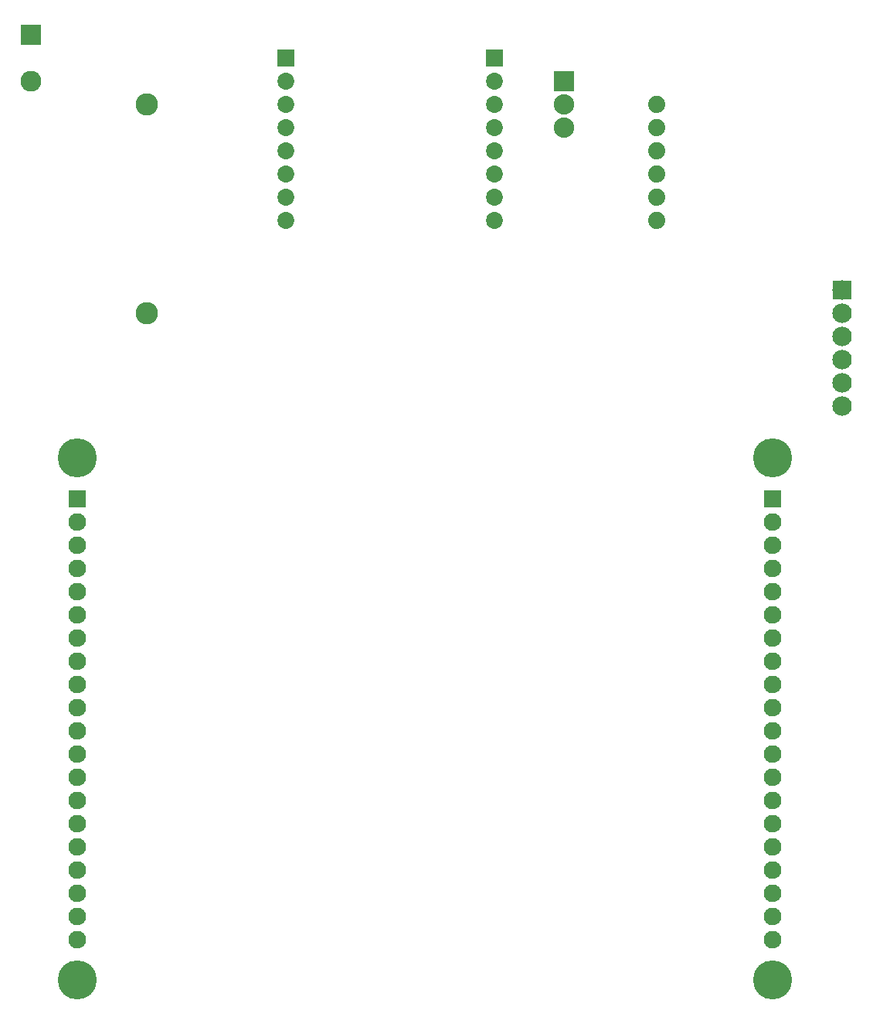
<source format=gts>
G04 MADE WITH FRITZING*
G04 WWW.FRITZING.ORG*
G04 DOUBLE SIDED*
G04 HOLES PLATED*
G04 CONTOUR ON CENTER OF CONTOUR VECTOR*
%ASAXBY*%
%FSLAX23Y23*%
%MOIN*%
%OFA0B0*%
%SFA1.0B1.0*%
%ADD10C,0.076000*%
%ADD11C,0.168110*%
%ADD12C,0.073018*%
%ADD13C,0.074000*%
%ADD14C,0.090000*%
%ADD15C,0.096614*%
%ADD16C,0.088000*%
%ADD17C,0.084000*%
%ADD18R,0.076000X0.076000*%
%ADD19R,0.072984X0.072983*%
%ADD20R,0.089986X0.090000*%
%ADD21R,0.088000X0.088000*%
%ADD22R,0.084000X0.084000*%
%LNMASK1*%
G90*
G70*
G54D10*
X3782Y2340D03*
X782Y1940D03*
X782Y1140D03*
X3782Y2240D03*
G54D11*
X782Y2615D03*
G54D10*
X3782Y2140D03*
X782Y1540D03*
X3782Y2040D03*
X782Y740D03*
X3782Y1940D03*
X782Y2140D03*
X3782Y1840D03*
X782Y1740D03*
X3782Y1740D03*
X782Y1340D03*
X3782Y1640D03*
X782Y940D03*
X3782Y1540D03*
X782Y540D03*
X3782Y1440D03*
G54D11*
X3782Y2615D03*
G54D10*
X3782Y1340D03*
X782Y2040D03*
X3782Y1240D03*
X782Y1840D03*
X3782Y1140D03*
X782Y1640D03*
X3782Y1040D03*
X782Y1440D03*
X3782Y940D03*
X782Y1240D03*
X3782Y840D03*
X782Y1040D03*
X3782Y740D03*
X782Y840D03*
X3782Y640D03*
X782Y640D03*
X3782Y540D03*
G54D11*
X782Y365D03*
G54D10*
X782Y2440D03*
G54D11*
X3782Y365D03*
G54D10*
X782Y2340D03*
X782Y2240D03*
X3782Y2440D03*
G54D12*
X2582Y4340D03*
X1682Y4340D03*
X2582Y4240D03*
X2582Y4140D03*
X2582Y4040D03*
X2582Y3940D03*
X2582Y3840D03*
X2582Y3740D03*
X2582Y3640D03*
X1682Y4240D03*
X1682Y4140D03*
X1682Y4040D03*
X1682Y3940D03*
X1682Y3840D03*
X1682Y3740D03*
X1682Y3640D03*
G54D13*
X3282Y3640D03*
X3282Y3740D03*
X3282Y3840D03*
X3282Y3940D03*
X3282Y4040D03*
X3282Y4140D03*
G54D14*
X582Y4440D03*
X582Y4240D03*
G54D15*
X1082Y4140D03*
X1082Y3240D03*
G54D16*
X2882Y4240D03*
X2882Y4140D03*
X2882Y4040D03*
G54D17*
X4082Y3340D03*
X4082Y3240D03*
X4082Y3140D03*
X4082Y3040D03*
X4082Y2940D03*
X4082Y2840D03*
G54D18*
X782Y2440D03*
X3782Y2440D03*
G54D19*
X2582Y4340D03*
X1682Y4340D03*
G54D20*
X582Y4440D03*
G54D21*
X2882Y4240D03*
G54D22*
X4082Y3340D03*
G04 End of Mask1*
M02*
</source>
